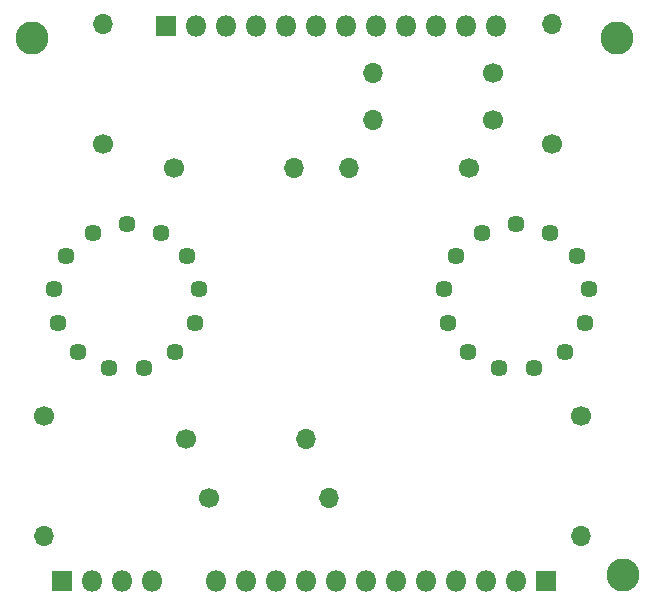
<source format=gts>
G04 #@! TF.GenerationSoftware,KiCad,Pcbnew,5.1.6*
G04 #@! TF.CreationDate,2020-08-10T14:59:47+02:00*
G04 #@! TF.ProjectId,nixie_clock_holder,6e697869-655f-4636-9c6f-636b5f686f6c,rev?*
G04 #@! TF.SameCoordinates,Original*
G04 #@! TF.FileFunction,Soldermask,Top*
G04 #@! TF.FilePolarity,Negative*
%FSLAX46Y46*%
G04 Gerber Fmt 4.6, Leading zero omitted, Abs format (unit mm)*
G04 Created by KiCad (PCBNEW 5.1.6) date 2020-08-10 14:59:47*
%MOMM*%
%LPD*%
G01*
G04 APERTURE LIST*
%ADD10C,2.800000*%
%ADD11C,1.446200*%
%ADD12O,1.700000X1.700000*%
%ADD13C,1.700000*%
%ADD14O,1.800000X1.800000*%
%ADD15R,1.800000X1.800000*%
G04 APERTURE END LIST*
D10*
G04 #@! TO.C,H1*
X223000000Y-127500000D03*
G04 #@! TD*
G04 #@! TO.C,H2*
X222500000Y-82000000D03*
G04 #@! TD*
G04 #@! TO.C,H3*
X173000000Y-82000000D03*
G04 #@! TD*
D11*
G04 #@! TO.C,N1*
X183875280Y-98521220D03*
X178124720Y-98521220D03*
X181000000Y-97812560D03*
X174855740Y-103255780D03*
X175213880Y-106194560D03*
X176895360Y-108632960D03*
X179519180Y-110009640D03*
X182480820Y-110009640D03*
X185104640Y-108632960D03*
X186786120Y-106194560D03*
X187144260Y-103255780D03*
X186092700Y-100484640D03*
X175907300Y-100484640D03*
G04 #@! TD*
G04 #@! TO.C,N2*
X216875280Y-98521220D03*
X211124720Y-98521220D03*
X214000000Y-97812560D03*
X207855740Y-103255780D03*
X208213880Y-106194560D03*
X209895360Y-108632960D03*
X212519180Y-110009640D03*
X215480820Y-110009640D03*
X218104640Y-108632960D03*
X219786120Y-106194560D03*
X220144260Y-103255780D03*
X219092700Y-100484640D03*
X208907300Y-100484640D03*
G04 #@! TD*
D12*
G04 #@! TO.C,R10*
X196160000Y-116000000D03*
D13*
X186000000Y-116000000D03*
G04 #@! TD*
D12*
G04 #@! TO.C,R9*
X198160000Y-121000000D03*
D13*
X188000000Y-121000000D03*
G04 #@! TD*
D12*
G04 #@! TO.C,R8*
X201840000Y-85000000D03*
D13*
X212000000Y-85000000D03*
G04 #@! TD*
D12*
G04 #@! TO.C,R7*
X201840000Y-89000000D03*
D13*
X212000000Y-89000000D03*
G04 #@! TD*
D12*
G04 #@! TO.C,R6*
X217000000Y-80840000D03*
D13*
X217000000Y-91000000D03*
G04 #@! TD*
D12*
G04 #@! TO.C,R5*
X199840000Y-93000000D03*
D13*
X210000000Y-93000000D03*
G04 #@! TD*
D12*
G04 #@! TO.C,R4*
X195160000Y-93000000D03*
D13*
X185000000Y-93000000D03*
G04 #@! TD*
D12*
G04 #@! TO.C,R3*
X179000000Y-80840000D03*
D13*
X179000000Y-91000000D03*
G04 #@! TD*
D12*
G04 #@! TO.C,R2*
X219500000Y-124160000D03*
D13*
X219500000Y-114000000D03*
G04 #@! TD*
D12*
G04 #@! TO.C,R1*
X174000000Y-124160000D03*
D13*
X174000000Y-114000000D03*
G04 #@! TD*
D14*
G04 #@! TO.C,J3*
X183120000Y-128000000D03*
X180580000Y-128000000D03*
X178040000Y-128000000D03*
D15*
X175500000Y-128000000D03*
G04 #@! TD*
D14*
G04 #@! TO.C,J2*
X188560000Y-128000000D03*
X191100000Y-128000000D03*
X193640000Y-128000000D03*
X196180000Y-128000000D03*
X198720000Y-128000000D03*
X201260000Y-128000000D03*
X203800000Y-128000000D03*
X206340000Y-128000000D03*
X208880000Y-128000000D03*
X211420000Y-128000000D03*
X213960000Y-128000000D03*
D15*
X216500000Y-128000000D03*
G04 #@! TD*
D14*
G04 #@! TO.C,J1*
X212240000Y-81000000D03*
X209700000Y-81000000D03*
X207160000Y-81000000D03*
X204620000Y-81000000D03*
X202080000Y-81000000D03*
X199540000Y-81000000D03*
X197000000Y-81000000D03*
X194460000Y-81000000D03*
X191920000Y-81000000D03*
X189380000Y-81000000D03*
X186840000Y-81000000D03*
D15*
X184300000Y-81000000D03*
G04 #@! TD*
M02*

</source>
